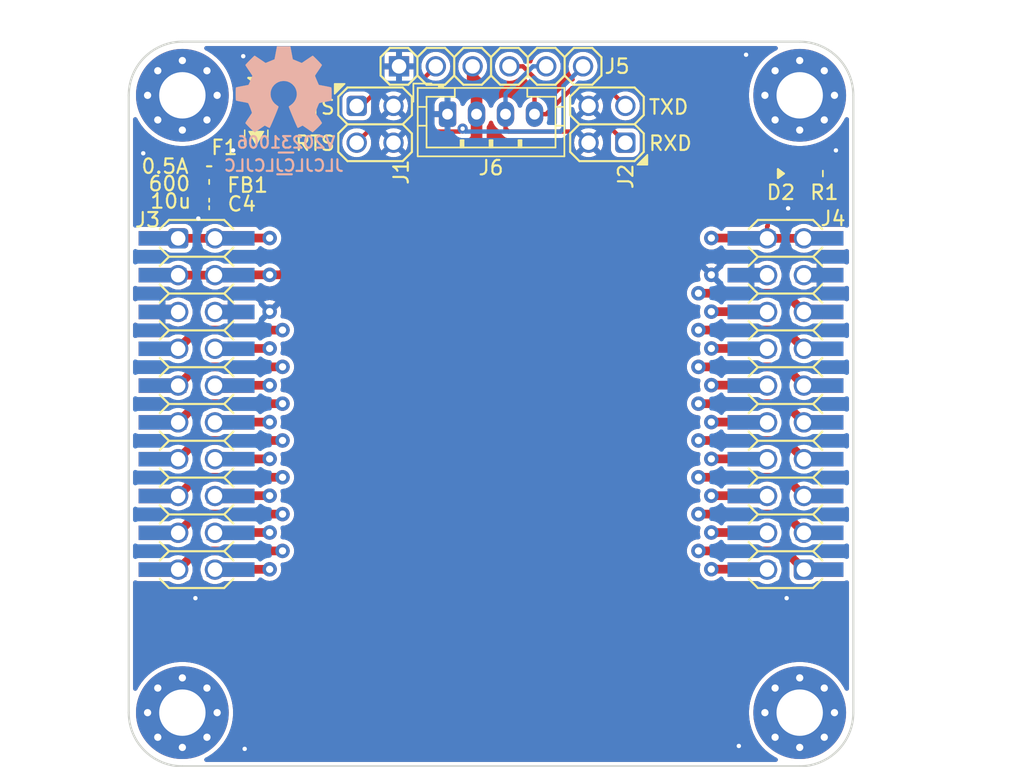
<source format=kicad_pcb>
(kicad_pcb (version 20240108) (generator "pcbnew") (generator_version "8.0")
  (layers (0 "F.Cu" signal) (31 "B.Cu" signal) (34 "B.Paste" user) (35 "F.Paste" user) (36 "B.SilkS" user "B.Silkscreen") (37 "F.SilkS" user "F.Silkscreen") (38 "B.Mask" user) (39 "F.Mask" user) (44 "Edge.Cuts" user))
  (net 0 "")
  (net 1 "/VBUS")
  (net 2 "/VSS")
  (net 3 "/GPIO_28")
  (net 4 "/GPIO_29")
  (net 5 "/GPIO_20")
  (net 6 "/GPIO_23")
  (net 7 "/GPIO_27")
  (net 8 "/GPIO_16")
  (net 9 "/GPIO_21")
  (net 10 "/GPIO_19")
  (net 11 "/GPIO_17")
  (net 12 "/GPIO_18")
  (net 13 "/GPIO_15")
  (net 14 "/GPIO_14")
  (net 15 "/GPIO_22")
  (net 16 "/GPIO_24")
  (net 17 "/GPIO_25")
  (net 18 "/GPIO_26")
  (net 19 "/GPIO_13")
  (net 20 "/GPIO_12")
  (net 21 "/GPIO_11")
  (net 22 "/GPIO_10")
  (net 23 "/GPIO_09")
  (net 24 "/GPIO_08")
  (net 25 "/GPIO_07")
  (net 26 "/GPIO_06")
  (net 27 "/GPIO_05")
  (net 28 "/GPIO_04")
  (net 29 "/GPIO_03")
  (net 30 "/GPIO_02")
  (net 31 "/GPIO_01")
  (net 32 "/GPIO_00")
  (net 33 "/VDD1")
  (net 34 "/VDD2")
  (net 35 "Net-(F1-Pad1)")
  (net 36 "/TXD")
  (net 37 "/RXD")
  (net 38 "/RTS")
  (net 39 "/CTS")
  (net 40 "Net-(D1-K)")
  (net 41 "/VIN")
  (net 42 "Net-(D2-K)")
  (footprint "MountingHole:MountingHole_3.2mm_M3_Pad_Via" (layer "F.Cu") (at 63.7 64.7)
    (property "Reference" "H1" (hide yes))
    (property "Value" "MountingHole" (hide yes))
    (pad "1" thru_hole circle (at -2.4 0) (size 0.8 0.8) (drill 0.5) (layers "*.Cu" "*.Mask"))
    (pad "1" thru_hole circle (at -1.697056 -1.697056) (size 0.8 0.8) (drill 0.5) (layers "*.Cu" "*.Mask"))
    (pad "1" thru_hole circle (at -1.697056 1.697056) (size 0.8 0.8) (drill 0.5) (layers "*.Cu" "*.Mask"))
    (pad "1" thru_hole circle (at 0 -2.4) (size 0.8 0.8) (drill 0.5) (layers "*.Cu" "*.Mask"))
    (pad "1" thru_hole circle (at 0 0) (size 6.4 6.4) (drill 3.2) (layers "*.Cu" "*.Mask"))
    (pad "1" thru_hole circle (at 0 2.4) (size 0.8 0.8) (drill 0.5) (layers "*.Cu" "*.Mask"))
    (pad "1" thru_hole circle (at 1.697056 -1.697056) (size 0.8 0.8) (drill 0.5) (layers "*.Cu" "*.Mask"))
    (pad "1" thru_hole circle (at 1.697056 1.697056) (size 0.8 0.8) (drill 0.5) (layers "*.Cu" "*.Mask"))
    (pad "1" thru_hole circle (at 2.4 0) (size 0.8 0.8) (drill 0.5) (layers "*.Cu" "*.Mask"))
  )
  (footprint "MountingHole:MountingHole_3.2mm_M3_Pad_Via" (layer "F.Cu") (at 106.3 64.7)
    (property "Reference" "H2" (hide yes))
    (property "Value" "MountingHole" (hide yes))
    (pad "1" thru_hole circle (at -2.4 0) (size 0.8 0.8) (drill 0.5) (layers "*.Cu" "*.Mask"))
    (pad "1" thru_hole circle (at -1.697056 -1.697056) (size 0.8 0.8) (drill 0.5) (layers "*.Cu" "*.Mask"))
    (pad "1" thru_hole circle (at -1.697056 1.697056) (size 0.8 0.8) (drill 0.5) (layers "*.Cu" "*.Mask"))
    (pad "1" thru_hole circle (at 0 -2.4) (size 0.8 0.8) (drill 0.5) (layers "*.Cu" "*.Mask"))
    (pad "1" thru_hole circle (at 0 0) (size 6.4 6.4) (drill 3.2) (layers "*.Cu" "*.Mask"))
    (pad "1" thru_hole circle (at 0 2.4) (size 0.8 0.8) (drill 0.5) (layers "*.Cu" "*.Mask"))
    (pad "1" thru_hole circle (at 1.697056 -1.697056) (size 0.8 0.8) (drill 0.5) (layers "*.Cu" "*.Mask"))
    (pad "1" thru_hole circle (at 1.697056 1.697056) (size 0.8 0.8) (drill 0.5) (layers "*.Cu" "*.Mask"))
    (pad "1" thru_hole circle (at 2.4 0) (size 0.8 0.8) (drill 0.5) (layers "*.Cu" "*.Mask"))
  )
  (footprint "MountingHole:MountingHole_3.2mm_M3_Pad_Via" (layer "F.Cu") (at 63.7 107.3)
    (property "Reference" "H4" (hide yes))
    (property "Value" "MountingHole" (hide yes))
    (pad "1" thru_hole circle (at -2.4 0) (size 0.8 0.8) (drill 0.5) (layers "*.Cu" "*.Mask"))
    (pad "1" thru_hole circle (at -1.697056 -1.697056) (size 0.8 0.8) (drill 0.5) (layers "*.Cu" "*.Mask"))
    (pad "1" thru_hole circle (at -1.697056 1.697056) (size 0.8 0.8) (drill 0.5) (layers "*.Cu" "*.Mask"))
    (pad "1" thru_hole circle (at 0 -2.4) (size 0.8 0.8) (drill 0.5) (layers "*.Cu" "*.Mask"))
    (pad "1" thru_hole circle (at 0 0) (size 6.4 6.4) (drill 3.2) (layers "*.Cu" "*.Mask"))
    (pad "1" thru_hole circle (at 0 2.4) (size 0.8 0.8) (drill 0.5) (layers "*.Cu" "*.Mask"))
    (pad "1" thru_hole circle (at 1.697056 -1.697056) (size 0.8 0.8) (drill 0.5) (layers "*.Cu" "*.Mask"))
    (pad "1" thru_hole circle (at 1.697056 1.697056) (size 0.8 0.8) (drill 0.5) (layers "*.Cu" "*.Mask"))
    (pad "1" thru_hole circle (at 2.4 0) (size 0.8 0.8) (drill 0.5) (layers "*.Cu" "*.Mask"))
  )
  (footprint "MountingHole:MountingHole_3.2mm_M3_Pad_Via" (layer "F.Cu") (at 106.3 107.3)
    (property "Reference" "H3" (hide yes))
    (property "Value" "MountingHole" (hide yes))
    (pad "1" thru_hole circle (at -2.4 0) (size 0.8 0.8) (drill 0.5) (layers "*.Cu" "*.Mask"))
    (pad "1" thru_hole circle (at -1.697056 -1.697056) (size 0.8 0.8) (drill 0.5) (layers "*.Cu" "*.Mask"))
    (pad "1" thru_hole circle (at -1.697056 1.697056) (size 0.8 0.8) (drill 0.5) (layers "*.Cu" "*.Mask"))
    (pad "1" thru_hole circle (at 0 -2.4) (size 0.8 0.8) (drill 0.5) (layers "*.Cu" "*.Mask"))
    (pad "1" thru_hole circle (at 0 0) (size 6.4 6.4) (drill 3.2) (layers "*.Cu" "*.Mask"))
    (pad "1" thru_hole circle (at 0 2.4) (size 0.8 0.8) (drill 0.5) (layers "*.Cu" "*.Mask"))
    (pad "1" thru_hole circle (at 1.697056 -1.697056) (size 0.8 0.8) (drill 0.5) (layers "*.Cu" "*.Mask"))
    (pad "1" thru_hole circle (at 1.697056 1.697056) (size 0.8 0.8) (drill 0.5) (layers "*.Cu" "*.Mask"))
    (pad "1" thru_hole circle (at 2.4 0) (size 0.8 0.8) (drill 0.5) (layers "*.Cu" "*.Mask"))
  )
  (footprint "SquantorConnectorsNamed:nuclone_small_right_stacked" (layer "F.Cu") (at 105.32 86 90)
    (property "Reference" "J4" (at 12.8 3.28 180) (layer "F.SilkS"))
    (property "Value" "nuclone_small_right")
    (pad "1" thru_hole roundrect (at -11.43 1.27 90) (size 1.4 1.4) (drill 1) (layers "*.Cu" "*.Mask") (roundrect_rratio 0.2) (net 13 "/GPIO_15"))
    (pad "1" smd rect (at -11.43 2.35 90) (size 1 3.3) (layers "F.Cu" "F.Mask") (net 13 "/GPIO_15"))
    (pad "1" smd rect (at -11.43 2.35 90) (size 1 3.3) (layers "B.Cu" "B.Mask") (net 13 "/GPIO_15"))
    (pad "2" smd rect (at -11.43 -2.35 90) (size 1 3.3) (layers "F.Cu" "F.Mask") (net 14 "/GPIO_14"))
    (pad "2" smd rect (at -11.43 -2.35 90) (size 1 3.3) (layers "B.Cu" "B.Mask") (net 14 "/GPIO_14"))
    (pad "2" thru_hole circle (at -11.43 -1.27 90) (size 1.4 1.4) (drill 1) (layers "*.Cu" "*.Mask") (net 14 "/GPIO_14"))
    (pad "3" thru_hole circle (at -8.89 1.27 90) (size 1.4 1.4) (drill 1) (layers "*.Cu" "*.Mask") (net 11 "/GPIO_17"))
    (pad "3" smd rect (at -8.89 2.35 90) (size 1 3.3) (layers "F.Cu" "F.Mask") (net 11 "/GPIO_17"))
    (pad "3" smd rect (at -8.89 2.35 90) (size 1 3.3) (layers "B.Cu" "B.Mask") (net 11 "/GPIO_17"))
    (pad "4" smd rect (at -8.89 -2.35 90) (size 1 3.3) (layers "F.Cu" "F.Mask") (net 8 "/GPIO_16"))
    (pad "4" smd rect (at -8.89 -2.35 90) (size 1 3.3) (layers "B.Cu" "B.Mask") (net 8 "/GPIO_16"))
    (pad "4" thru_hole circle (at -8.89 -1.27 90) (size 1.4 1.4) (drill 1) (layers "*.Cu" "*.Mask") (net 8 "/GPIO_16"))
    (pad "5" thru_hole circle (at -6.35 1.27 90) (size 1.4 1.4) (drill 1) (layers "*.Cu" "*.Mask") (net 10 "/GPIO_19"))
    (pad "5" smd rect (at -6.35 2.35 90) (size 1 3.3) (layers "F.Cu" "F.Mask") (net 10 "/GPIO_19"))
    (pad "5" smd rect (at -6.35 2.35 90) (size 1 3.3) (layers "B.Cu" "B.Mask") (net 10 "/GPIO_19"))
    (pad "6" smd rect (at -6.35 -2.35 90) (size 1 3.3) (layers "F.Cu" "F.Mask") (net 12 "/GPIO_18"))
    (pad "6" smd rect (at -6.35 -2.35 90) (size 1 3.3) (layers "B.Cu" "B.Mask") (net 12 "/GPIO_18"))
    (pad "6" thru_hole circle (at -6.35 -1.27 90) (size 1.4 1.4) (drill 1) (layers "*.Cu" "*.Mask") (net 12 "/GPIO_18"))
    (pad "7" thru_hole circle (at -3.81 1.27 90) (size 1.4 1.4) (drill 1) (layers "*.Cu" "*.Mask") (net 9 "/GPIO_21"))
    (pad "7" smd rect (at -3.81 2.35 90) (size 1 3.3) (layers "F.Cu" "F.Mask") (net 9 "/GPIO_21"))
    (pad "7" smd rect (at -3.81 2.35 90) (size 1 3.3) (layers "B.Cu" "B.Mask") (net 9 "/GPIO_21"))
    (pad "8" smd rect (at -3.81 -2.35 90) (size 1 3.3) (layers "F.Cu" "F.Mask") (net 5 "/GPIO_20"))
    (pad "8" smd rect (at -3.81 -2.35 90) (size 1 3.3) (layers "B.Cu" "B.Mask") (net 5 "/GPIO_20"))
    (pad "8" thru_hole circle (at -3.81 -1.27 90) (size 1.4 1.4) (drill 1) (layers "*.Cu" "*.Mask") (net 5 "/GPIO_20"))
    (pad "9" thru_hole circle (at -1.27 1.27 90) (size 1.4 1.4) (drill 1) (layers "*.Cu" "*.Mask") (net 6 "/GPIO_23"))
    (pad "9" smd rect (at -1.27 2.35 90) (size 1 3.3) (layers "F.Cu" "F.Mask") (net 6 "/GPIO_23"))
    (pad "9" smd rect (at -1.27 2.35 90) (size 1 3.3) (layers "B.Cu" "B.Mask") (net 6 "/GPIO_23"))
    (pad "10" smd rect (at -1.27 -2.35 90) (size 1 3.3) (layers "F.Cu" "F.Mask") (net 15 "/GPIO_22"))
    (pad "10" smd rect (at -1.27 -2.35 90) (size 1 3.3) (layers "B.Cu" "B.Mask") (net 15 "/GPIO_22"))
    (pad "10" thru_hole circle (at -1.27 -1.27 90) (size 1.4 1.4) (drill 1) (layers "*.Cu" "*.Mask") (net 15 "/GPIO_22"))
    (pad "11" thru_hole circle (at 1.27 1.27 90) (size 1.4 1.4) (drill 1) (layers "*.Cu" "*.Mask") (net 17 "/GPIO_25"))
    (pad "11" smd rect (at 1.27 2.35 90) (size 1 3.3) (layers "F.Cu" "F.Mask") (net 17 "/GPIO_25"))
    (pad "11" smd rect (at 1.27 2.35 90) (size 1 3.3) (layers "B.Cu" "B.Mask") (net 17 "/GPIO_25"))
    (pad "12" smd rect (at 1.27 -2.35 90) (size 1 3.3) (layers "F.Cu" "F.Mask") (net 16 "/GPIO_24"))
    (pad "12" smd rect (at 1.27 -2.35 90) (size 1 3.3) (layers "B.Cu" "B.Mask") (net 16 "/GPIO_24"))
    (pad "12" thru_hole circle (at 1.27 -1.27 90) (size 1.4 1.4) (drill 1) (layers "*.Cu" "*.Mask") (net 16 "/GPIO_24"))
    (pad "13" thru_hole circle (at 3.81 1.27 90) (size 1.4 1.4) (drill 1) (layers "*.Cu" "*.Mask") (net 7 "/GPIO_27"))
    (pad "13" smd rect (at 3.81 2.35 90) (size 1 3.3) (layers "F.Cu" "F.Mask") (net 7 "/GPIO_27"))
    (pad "13" smd rect (at 3.81 2.35 90) (size 1 3.3) (layers "B.Cu" "B.Mask") (net 7 "/GPIO_27"))
    (pad "14" smd rect (at 3.81 -2.35 90) (size 1 3.3) (layers "F.Cu" "F.Mask") (net 18 "/GPIO_26"))
    (pad "14" smd rect (at 3.81 -2.35 90) (size 1 3.3) (layers "B.Cu" "B.Mask") (net 18 "/GPIO_26"))
    (pad "14" thru_hole circle (at 3.81 -1.27 90) (size 1.4 1.4) (drill 1) (layers "*.Cu" "*.Mask") (net 18 "/GPIO_26"))
    (pad "15" thru_hole circle (at 6.35 1.27 90) (size 1.4 1.4) (drill 1) (layers "*.Cu" "*.Mask") (net 4 "/GPIO_29"))
    (pad "15" smd rect (at 6.35 2.35 90) (size 1 3.3) (layers "F.Cu" "F.Mask") (net 4 "/GPIO_29"))
    (pad "15" smd rect (at 6.35 2.35 90) (size 1 3.3) (layers "B.Cu" "B.Mask") (net 4 "/GPIO_29"))
    (pad "16" smd rect (at 6.35 -2.35 90) (size 1 3.3) (layers "F.Cu" "F.Mask") (net 3 "/GPIO_28"))
    (pad "16" smd rect (at 6.35 -2.35 90) (size 1 3.3) (layers "B.Cu" "B.Mask") (net 3 "/GPIO_28"))
    (pad "16" thru_hole circle (at 6.35 -1.27 90) (size 1.4 1.4) (drill 1) (layers "*.Cu" "*.Mask") (net 3 "/GPIO_28"))
    (pad "17" thru_hole circle (at 8.89 1.27 90) (size 1.4 1.4) (drill 1) (layers "*.Cu" "*.Mask") (net 2 "/VSS"))
    (pad "17" smd rect (at 8.89 2.35 90) (size 1 3.3) (layers "F.Cu" "F.Mask") (net 2 "/VSS"))
    (pad "17" smd rect (at 8.89 2.35 90) (size 1 3.3) (layers "B.Cu" "B.Mask") (net 2 "/VSS"))
    (pad "18" smd rect (at 8.89 -2.35 90) (size 1 3.3) (layers "F.Cu" "F.Mask") (net 2 "/VSS"))
    (pad "18" smd rect (at 8.89 -2.35 90) (size 1 3.3) (layers "B.Cu" "B.Mask") (net 2 "/VSS"))
    (pad "18" thru_hole circle (at 8.89 -1.27 90) (size 1.4 1.4) (drill 1) (layers "*.Cu" "*.Mask") (net 2 "/VSS"))
    (pad "19" thru_hole circle (at 11.43 1.27 90) (size 1.4 1.4) (drill 1) (layers "*.Cu" "*.Mask") (net 34 "/VDD2"))
    (pad "19" smd rect (at 11.43 2.35 90) (size 1 3.3) (layers "F.Cu" "F.Mask") (net 34 "/VDD2"))
    (pad "19" smd rect (at 11.43 2.35 90) (size 1 3.3) (layers "B.Cu" "B.Mask") (net 34 "/VDD2"))
    (pad "20" smd rect (at 11.43 -2.35 90) (size 1 3.3) (layers "F.Cu" "F.Mask") (net 34 "/VDD2"))
    (pad "20" smd rect (at 11.43 -2.35 90) (size 1 3.3) (layers "B.Cu" "B.Mask") (net 34 "/VDD2"))
    (pad "20" thru_hole circle (at 11.43 -1.27 90) (size 1.4 1.4) (drill 1) (layers "*.Cu" "*.Mask") (net 34 "/VDD2"))
  )
  (footprint "SquantorConnectorsNamed:nuclone_small_left_stacked" (layer "F.Cu") (at 64.68 86 -90)
    (property "Reference" "J3" (at -12.7 3.38 0) (layer "F.SilkS"))
    (property "Value" "nuclone_small_left")
    (pad "1" thru_hole roundrect (at -11.43 1.27 270) (size 1.4 1.4) (drill 1) (layers "*.Cu" "*.Mask") (roundrect_rratio 0.2) (net 33 "/VDD1"))
    (pad "1" smd rect (at -11.43 2.35 270) (size 1 3.3) (layers "F.Cu" "F.Mask") (net 33 "/VDD1"))
    (pad "1" smd rect (at -11.43 2.35 270) (size 1 3.3) (layers "B.Cu" "B.Mask") (net 33 "/VDD1"))
    (pad "2" smd rect (at -11.43 -2.35 270) (size 1 3.3) (layers "F.Cu" "F.Mask") (net 33 "/VDD1"))
    (pad "2" smd rect (at -11.43 -2.35 270) (size 1 3.3) (layers "B.Cu" "B.Mask") (net 33 "/VDD1"))
    (pad "2" thru_hole circle (at -11.43 -1.27 270) (size 1.4 1.4) (drill 1) (layers "*.Cu" "*.Mask") (net 33 "/VDD1"))
    (pad "3" thru_hole circle (at -8.89 1.27 270) (size 1.4 1.4) (drill 1) (layers "*.Cu" "*.Mask") (net 1 "/VBUS"))
    (pad "3" smd rect (at -8.89 2.35 270) (size 1 3.3) (layers "F.Cu" "F.Mask") (net 1 "/VBUS"))
    (pad "3" smd rect (at -8.89 2.35 270) (size 1 3.3) (layers "B.Cu" "B.Mask") (net 1 "/VBUS"))
    (pad "4" smd rect (at -8.89 -2.35 270) (size 1 3.3) (layers "F.Cu" "F.Mask") (net 1 "/VBUS"))
    (pad "4" smd rect (at -8.89 -2.35 270) (size 1 3.3) (layers "B.Cu" "B.Mask") (net 1 "/VBUS"))
    (pad "4" thru_hole circle (at -8.89 -1.27 270) (size 1.4 1.4) (drill 1) (layers "*.Cu" "*.Mask") (net 1 "/VBUS"))
    (pad "5" thru_hole circle (at -6.35 1.27 270) (size 1.4 1.4) (drill 1) (layers "*.Cu" "*.Mask") (net 2 "/VSS"))
    (pad "5" smd rect (at -6.35 2.35 270) (size 1 3.3) (layers "F.Cu" "F.Mask") (net 2 "/VSS"))
    (pad "5" smd rect (at -6.35 2.35 270) (size 1 3.3) (layers "B.Cu" "B.Mask") (net 2 "/VSS"))
    (pad "6" smd rect (at -6.35 -2.35 270) (size 1 3.3) (layers "F.Cu" "F.Mask") (net 2 "/VSS"))
    (pad "6" smd rect (at -6.35 -2.35 270) (size 1 3.3) (layers "B.Cu" "B.Mask") (net 2 "/VSS"))
    (pad "6" thru_hole circle (at -6.35 -1.27 270) (size 1.4 1.4) (drill 1) (layers "*.Cu" "*.Mask") (net 2 "/VSS"))
    (pad "7" thru_hole circle (at -3.81 1.27 270) (size 1.4 1.4) (drill 1) (layers "*.Cu" "*.Mask") (net 32 "/GPIO_00"))
    (pad "7" smd rect (at -3.81 2.35 270) (size 1 3.3) (layers "F.Cu" "F.Mask") (net 32 "/GPIO_00"))
    (pad "7" smd rect (at -3.81 2.35 270) (size 1 3.3) (layers "B.Cu" "B.Mask") (net 32 "/GPIO_00"))
    (pad "8" smd rect (at -3.81 -2.35 270) (size 1 3.3) (layers "F.Cu" "F.Mask") (net 31 "/GPIO_01"))
    (pad "8" smd rect (at -3.81 -2.35 270) (size 1 3.3) (layers "B.Cu" "B.Mask") (net 31 "/GPIO_01"))
    (pad "8" thru_hole circle (at -3.81 -1.27 270) (size 1.4 1.4) (drill 1) (layers "*.Cu" "*.Mask") (net 31 "/GPIO_01"))
    (pad "9" thru_hole circle (at -1.27 1.27 270) (size 1.4 1.4) (drill 1) (layers "*.Cu" "*.Mask") (net 30 "/GPIO_02"))
    (pad "9" smd rect (at -1.27 2.35 270) (size 1 3.3) (layers "F.Cu" "F.Mask") (net 30 "/GPIO_02"))
    (pad "9" smd rect (at -1.27 2.35 270) (size 1 3.3) (layers "B.Cu" "B.Mask") (net 30 "/GPIO_02"))
    (pad "10" smd rect (at -1.27 -2.35 270) (size 1 3.3) (layers "F.Cu" "F.Mask") (net 29 "/GPIO_03"))
    (pad "10" smd rect (at -1.27 -2.35 270) (size 1 3.3) (layers "B.Cu" "B.Mask") (net 29 "/GPIO_03"))
    (pad "10" thru_hole circle (at -1.27 -1.27 270) (size 1.4 1.4) (drill 1) (layers "*.Cu" "*.Mask") (net 29 "/GPIO_03"))
    (pad "11" thru_hole circle (at 1.27 1.27 270) (size 1.4 1.4) (drill 1) (layers "*.Cu" "*.Mask") (net 28 "/GPIO_04"))
    (pad "11" smd rect (at 1.27 2.35 270) (size 1 3.3) (layers "F.Cu" "F.Mask") (net 28 "/GPIO_04"))
    (pad "11" smd rect (at 1.27 2.35 270) (size 1 3.3) (layers "B.Cu" "B.Mask") (net 28 "/GPIO_04"))
    (pad "12" smd rect (at 1.27 -2.35 270) (size 1 3.3) (layers "F.Cu" "F.Mask") (net 27 "/GPIO_05"))
    (pad "12" smd rect (at 1.27 -2.35 270) (size 1 3.3) (layers "B.Cu" "B.Mask") (net 27 "/GPIO_05"))
    (pad "12" thru_hole circle (at 1.27 -1.27 270) (size 1.4 1.4) (drill 1) (layers "*.Cu" "*.Mask") (net 27 "/GPIO_05"))
    (pad "13" thru_hole circle (at 3.81 1.27 270) (size 1.4 1.4) (drill 1) (layers "*.Cu" "*.Mask") (net 26 "/GPIO_06"))
    (pad "13" smd rect (at 3.81 2.35 270) (size 1 3.3) (layers "F.Cu" "F.Mask") (net 26 "/GPIO_06"))
    (pad "13" smd rect (at 3.81 2.35 270) (size 1 3.3) (layers "B.Cu" "B.Mask") (net 26 "/GPIO_06"))
    (pad "14" smd rect (at 3.81 -2.35 270) (size 1 3.3) (layers "F.Cu" "F.Mask") (net 25 "/GPIO_07"))
    (pad "14" smd rect (at 3.81 -2.35 270) (size 1 3.3) (layers "B.Cu" "B.Mask") (net 25 "/GPIO_07"))
    (pad "14" thru_hole circle (at 3.81 -1.27 270) (size 1.4 1.4) (drill 1) (layers "*.Cu" "*.Mask") (net 25 "/GPIO_07"))
    (pad "15" thru_hole circle (at 6.35 1.27 270) (size 1.4 1.4) (drill 1) (layers "*.Cu" "*.Mask") (net 24 "/GPIO_08"))
    (pad "15" smd rect (at 6.35 2.35 270) (size 1 3.3) (layers "F.Cu" "F.Mask") (net 24 "/GPIO_08"))
    (pad "15" smd rect (at 6.35 2.35 270) (size 1 3.3) (layers "B.Cu" "B.Mask") (net 24 "/GPIO_08"))
    (pad "16" smd rect (at 6.35 -2.35 270) (size 1 3.3) (layers "F.Cu" "F.Mask") (net 23 "/GPIO_09"))
    (pad "16" smd rect (at 6.35 -2.35 270) (size 1 3.3) (layers "B.Cu" "B.Mask") (net 23 "/GPIO_09"))
    (pad "16" thru_hole circle (at 6.35 -1.27 270) (size 1.4 1.4) (drill 1) (layers "*.Cu" "*.Mask") (net 23 "/GPIO_09"))
    (pad "17" thru_hole circle (at 8.89 1.27 270) (size 1.4 1.4) (drill 1) (layers "*.Cu" "*.Mask") (net 22 "/GPIO_10"))
    (pad "17" smd rect (at 8.89 2.35 270) (size 1 3.3) (layers "F.Cu" "F.Mask") (net 22 "/GPIO_10"))
    (pad "17" smd rect (at 8.89 2.35 270) (size 1 3.3) (layers "B.Cu" "B.Mask") (net 22 "/GPIO_10"))
    (pad "18" smd rect (at 8.89 -2.35 270) (size 1 3.3) (layers "F.Cu" "F.Mask") (net 21 "/GPIO_11"))
    (pad "18" smd rect (at 8.89 -2.35 270) (size 1 3.3) (layers "B.Cu" "B.Mask") (net 21 "/GPIO_11"))
    (pad "18" thru_hole circle (at 8.89 -1.27 270) (size 1.4 1.4) (drill 1) (layers "*.Cu" "*.Mask") (net 21 "/GPIO_11"))
    (pad "19" thru_hole circle (at 11.43 1.27 270) (size 1.4 1.4) (drill 1) (layers "*.Cu" "*.Mask") (net 20 "/GPIO_12"))
    (pad "19" smd rect (at 11.43 2.35 270) (size 1 3.3) (layers "F.Cu" "F.Mask") (net 20 "/GPIO_12"))
    (pad "19" smd rect (at 11.43 2.35 270) (size 1 3.3) (layers "B.Cu" "B.Mask") (net 20 "/GPIO_12"))
    (pad "20" smd rect (at 11.43 -2.35 270) (size 1 3.3) (layers "F.Cu" "F.Mask") (net 19 "/GPIO_13"))
    (pad "20" smd rect (at 11.43 -2.35 270) (size 1 3.3) (layers "B.Cu" "B.Mask") (net 19 "/GPIO_13"))
    (pad "20" thru_hole circle (at 11.43 -1.27 270) (size 1.4 1.4) (drill 1) (layers "*.Cu" "*.Mask") (net 19 "/GPIO_13"))
  )
  (footprint "SquantorTestPoints:TestPoint_hole_H05R10_2side" (layer "F.Cu") (at 69.723 74.549)
    (property "Reference" "TP1" (hide yes))
    (property "Value" "VDD1" (hide yes))
    (pad "1" thru_hole circle (at 0 0) (size 1 1) (drill 0.5) (layers "*.Cu" "*.Mask") (net 33 "/VDD1"))
  )
  (footprint "SquantorTestPoints:TestPoint_hole_H05R10_2side" (layer "F.Cu") (at 69.723 77.089)
    (property "Reference" "TP2" (hide yes))
    (property "Value" "VBUS" (hide yes))
    (pad "1" thru_hole circle (at 0 0) (size 1 1) (drill 0.5) (layers "*.Cu" "*.Mask") (net 1 "/VBUS"))
  )
  (footprint "SquantorTestPoints:TestPoint_hole_H05R10_2side" (layer "F.Cu") (at 69.723 79.629)
    (property "Reference" "TP3" (hide yes))
    (property "Value" "VSS" (hide yes))
    (pad "1" thru_hole circle (at 0 0) (size 1 1) (drill 0.5) (layers "*.Cu" "*.Mask") (net 2 "/VSS"))
  )
  (footprint "SquantorTestPoints:TestPoint_hole_H05R10_2side" (layer "F.Cu") (at 70.612 80.9)
    (property "Reference" "TP4" (hide yes))
    (property "Value" "P00" (hide yes))
    (pad "1" thru_hole circle (at 0 0) (size 1 1) (drill 0.5) (layers "*.Cu" "*.Mask") (net 32 "/GPIO_00"))
  )
  (footprint "SquantorTestPoints:TestPoint_hole_H05R10_2side" (layer "F.Cu") (at 69.723 82.169)
    (property "Reference" "TP5" (hide yes))
    (property "Value" "P01" (hide yes))
    (pad "1" thru_hole circle (at 0 0) (size 1 1) (drill 0.5) (layers "*.Cu" "*.Mask") (net 31 "/GPIO_01"))
  )
  (footprint "SquantorTestPoints:TestPoint_hole_H05R10_2side" (layer "F.Cu") (at 70.612 83.439)
    (property "Reference" "TP6" (hide yes))
    (property "Value" "P02" (hide yes))
    (pad "1" thru_hole circle (at 0 0) (size 1 1) (drill 0.5) (layers "*.Cu" "*.Mask") (net 30 "/GPIO_02"))
  )
  (footprint "SquantorTestPoints:TestPoint_hole_H05R10_2side" (layer "F.Cu") (at 69.723 84.709)
    (property "Reference" "TP7" (hide yes))
    (property "Value" "P03" (hide yes))
    (pad "1" thru_hole circle (at 0 0) (size 1 1) (drill 0.5) (layers "*.Cu" "*.Mask") (net 29 "/GPIO_03"))
  )
  (footprint "SquantorTestPoints:TestPoint_hole_H05R10_2side" (layer "F.Cu") (at 70.612 85.979)
    (property "Reference" "TP8" (hide yes))
    (property "Value" "P04" (hide yes))
    (pad "1" thru_hole circle (at 0 0) (size 1 1) (drill 0.5) (layers "*.Cu" "*.Mask") (net 28 "/GPIO_04"))
  )
  (footprint "SquantorTestPoints:TestPoint_hole_H05R10_2side" (layer "F.Cu") (at 69.723 87.249)
    (property "Reference" "TP9" (hide yes))
    (property "Value" "P05" (hide yes))
    (pad "1" thru_hole circle (at 0 0) (size 1 1) (drill 0.5) (layers "*.Cu" "*.Mask") (net 27 "/GPIO_05"))
  )
  (footprint "SquantorTestPoints:TestPoint_hole_H05R10_2side" (layer "F.Cu") (at 70.612 88.519)
    (property "Reference" "TP10" (hide yes))
    (property "Value" "P06" (hide yes))
    (pad "1" thru_hole circle (at 0 0) (size 1 1) (drill 0.5) (layers "*.Cu" "*.Mask") (net 26 "/GPIO_06"))
  )
  (footprint "SquantorTestPoints:TestPoint_hole_H05R10_2side" (layer "F.Cu") (at 69.723 89.789)
    (property "Reference" "TP11" (hide yes))
    (property "Value" "P07" (hide yes))
    (pad "1" thru_hole circle (at 0 0) (size 1 1) (drill 0.5) (layers "*.Cu" "*.Mask") (net 25 "/GPIO_07"))
  )
  (footprint "SquantorTestPoints:TestPoint_hole_H05R10_2side" (layer "F.Cu") (at 70.612 91.059)
    (property "Reference" "TP12" (hide yes))
    (property "Value" "P08" (hide yes))
    (pad "1" thru_hole circle (at 0 0) (size 1 1) (drill 0.5) (layers "*.Cu" "*.Mask") (net 24 "/GPIO_08"))
  )
  (footprint "SquantorTestPoints:TestPoint_hole_H05R10_2side" (layer "F.Cu") (at 69.723 92.329)
    (property "Reference" "TP13" (hide yes))
    (property "Value" "P09" (hide yes))
    (pad "1" thru_hole circle (at 0 0) (size 1 1) (drill 0.5) (layers "*.Cu" "*.Mask") (net 23 "/GPIO_09"))
  )
  (footprint "SquantorTestPoints:TestPoint_hole_H05R10_2side" (layer "F.Cu") (at 70.612 93.599)
    (property "Reference" "TP14" (hide yes))
    (property "Value" "P10" (hide yes))
    (pad "1" thru_hole circle (at 0 0) (size 1 1) (drill 0.5) (layers "*.Cu" "*.Mask") (net 22 "/GPIO_10"))
  )
  (footprint "SquantorTestPoints:TestPoint_hole_H05R10_2side" (layer "F.Cu") (at 69.723 94.869)
    (property "Reference" "TP15" (hide yes))
    (property "Value" "P11" (hide yes))
    (pad "1" thru_hole circle (at 0 0) (size 1 1) (drill 0.5) (layers "*.Cu" "*.Mask") (net 21 "/GPIO_11"))
  )
  (footprint "SquantorTestPoints:TestPoint_hole_H05R10_2side" (layer "F.Cu") (at 70.612 96.139)
    (property "Reference" "TP16" (hide yes))
    (property "Value" "P12" (hide yes))
    (pad "1" thru_hole circle (at 0 0) (size 1 1) (drill 0.5) (layers "*.Cu" "*.Mask") (net 20 "/GPIO_12"))
  )
  (footprint "SquantorTestPoints:TestPoint_hole_H05R10_2side" (layer "F.Cu") (at 69.723 97.409)
    (property "Reference" "TP17" (hide yes))
    (property "Value" "P13" (hide yes))
    (pad "1" thru_hole circle (at 0 0) (size 1 1) (drill 0.5) (layers "*.Cu" "*.Mask") (net 19 "/GPIO_13"))
  )
  (footprint "SquantorTestPoints:TestPoint_hole_H05R10_2side" (layer "F.Cu") (at 100.203 74.549)
    (property "Reference" "TP18" (hide yes))
    (property "Value" "VDD2" (hide yes))
    (pad "1" thru_hole circle (at 0 0) (size 1 1) (drill 0.5) (layers "*.Cu" "*.Mask") (net 34 "/VDD2"))
  )
  (footprint "SquantorTestPoints:TestPoint_hole_H05R10_2side" (layer "F.Cu") (at 100.203 77.089)
    (property "Reference" "TP19" (hide yes))
    (property "Value" "VSS" (hide yes))
    (pad "1" thru_hole circle (at 0 0) (size 1 1) (drill 0.5) (layers "*.Cu" "*.Mask") (net 2 "/VSS"))
  )
  (footprint "SquantorTestPoints:TestPoint_hole_H05R10_2side" (layer "F.Cu") (at 99.314 78.359)
    (property "Reference" "TP20" (hide yes))
    (property "Value" "P29" (hide yes))
    (pad "1" thru_hole circle (at 0 0) (size 1 1) (drill 0.5) (layers "*.Cu" "*.Mask") (net 4 "/GPIO_29"))
  )
  (footprint "SquantorTestPoints:TestPoint_hole_H05R10_2side" (layer "F.Cu") (at 100.203 79.629)
    (property "Reference" "TP21" (hide yes))
    (property "Value" "P28" (hide yes))
    (pad "1" thru_hole circle (at 0 0) (size 1 1) (drill 0.5) (layers "*.Cu" "*.Mask") (net 3 "/GPIO_28"))
  )
  (footprint "SquantorTestPoints:TestPoint_hole_H05R10_2side" (layer "F.Cu") (at 99.314 80.899)
    (property "Reference" "TP22" (hide yes))
    (property "Value" "P27" (hide yes))
    (pad "1" thru_hole circle (at 0 0) (size 1 1) (drill 0.5) (layers "*.Cu" "*.Mask") (net 7 "/GPIO_27"))
  )
  (footprint "SquantorTestPoints:TestPoint_hole_H05R10_2side" (layer "F.Cu") (at 100.203 82.169)
    (property "Reference" "TP23" (hide yes))
    (property "Value" "P26" (hide yes))
    (pad "1" thru_hole circle (at 0 0) (size 1 1) (drill 0.5) (layers "*.Cu" "*.Mask") (net 18 "/GPIO_26"))
  )
  (footprint "SquantorTestPoints:TestPoint_hole_H05R10_2side" (layer "F.Cu") (at 99.314 83.439)
    (property "Reference" "TP24" (hide yes))
    (property "Value" "P25" (hide yes))
    (pad "1" thru_hole circle (at 0 0) (size 1 1) (drill 0.5) (layers "*.Cu" "*.Mask") (net 17 "/GPIO_25"))
  )
  (footprint "SquantorTestPoints:TestPoint_hole_H05R10_2side" (layer "F.Cu") (at 100.203 84.7)
    (property "Reference" "TP25" (hide yes))
    (property "Value" "P24" (hide yes))
    (pad "1" thru_hole circle (at 0 0) (size 1 1) (drill 0.5) (layers "*.Cu" "*.Mask") (net 16 "/GPIO_24"))
  )
  (footprint "SquantorTestPoints:TestPoint_hole_H05R10_2side" (layer "F.Cu") (at 99.314 85.979)
    (property "Reference" "TP26" (hide yes))
    (property "Value" "P23" (hide yes))
    (pad "1" thru_hole circle (at 0 0) (size 1 1) (drill 0.5) (layers "*.Cu" "*.Mask") (net 6 "/GPIO_23"))
  )
  (footprint "SquantorTestPoints:TestPoint_hole_H05R10_2side" (layer "F.Cu") (at 100.203 87.249)
    (property "Reference" "TP27" (hide yes))
    (property "Value" "P22" (hide yes))
    (pad "1" thru_hole circle (at 0 0) (size 1 1) (drill 0.5) (layers "*.Cu" "*.Mask") (net 15 "/GPIO_22"))
  )
  (footprint "SquantorTestPoints:TestPoint_hole_H05R10_2side" (layer "F.Cu") (at 99.314 88.519)
    (property "Reference" "TP28" (hide yes))
    (property "Value" "P21" (hide yes))
    (pad "1" thru_hole circle (at 0 0) (size 1 1) (drill 0.5) (layers "*.Cu" "*.Mask") (net 9 "/GPIO_21"))
  )
  (footprint "SquantorTestPoints:TestPoint_hole_H05R10_2side" (layer "F.Cu") (at 100.203 89.789)
    (property "Reference" "TP29" (hide yes))
    (property "Value" "P20" (hide yes))
    (pad "1" thru_hole circle (at 0 0) (size 1 1) (drill 0.5) (layers "*.Cu" "*.Mask") (net 5 "/GPIO_20"))
  )
  (footprint "SquantorTestPoints:TestPoint_hole_H05R10_2side" (layer "F.Cu") (at 99.314 91.059)
    (property "Reference" "TP30" (hide yes))
    (property "Value" "P19" (hide yes))
    (pad "1" thru_hole circle (at 0 0) (size 1 1) (drill 0.5) (layers "*.Cu" "*.Mask") (net 10 "/GPIO_19"))
  )
  (footprint "SquantorTestPoints:TestPoint_hole_H05R10_2side" (layer "F.Cu") (at 99.314 93.599)
    (property "Reference" "TP32" (hide yes))
    (property "Value" "P17" (hide yes))
    (pad "1" thru_hole circle (at 0 0) (size 1 1) (drill 0.5) (layers "*.Cu" "*.Mask") (net 11 "/GPIO_17"))
  )
  (footprint "SquantorTestPoints:TestPoint_hole_H05R10_2side" (layer "F.Cu") (at 100.2 94.869)
    (property "Reference" "TP33" (hide yes))
    (property "Value" "P16" (hide yes))
    (pad "1" thru_hole circle (at 0 0) (size 1 1) (drill 0.5) (layers "*.Cu" "*.Mask") (net 8 "/GPIO_16"))
  )
  (footprint "SquantorTestPoints:TestPoint_hole_H05R10_2side" (layer "F.Cu") (at 99.314 96.139)
    (property "Reference" "TP34" (hide yes))
    (property "Value" "P15" (hide yes))
    (pad "1" thru_hole circle (at 0 0) (size 1 1) (drill 0.5) (layers "*.Cu" "*.Mask") (net 13 "/GPIO_15"))
  )
  (footprint "SquantorTestPoints:TestPoint_hole_H05R10_2side" (layer "F.Cu") (at 100.2 97.4)
    (property "Reference" "TP35" (hide yes))
    (property "Value" "P14" (hide yes))
    (pad "1" thru_hole circle (at 0 0) (size 1 1) (drill 0.5) (layers "*.Cu" "*.Mask") (net 14 "/GPIO_14"))
  )
  (footprint "SquantorRcl:C_0603" (layer "F.Cu") (at 65.55 72.2 180)
    (property "Reference" "C4" (at -2.25 0 0) (layer "F.SilkS"))
    (property "Value" "10u" (at 2.65 0.2 0) (layer "F.SilkS"))
    (pad "1" smd roundrect (at -0.75 0 180) (size 0.8 0.9) (layers "F.Cu" "F.Paste" "F.Mask") (roundrect_rratio 0.125) (net 1 "/VBUS"))
    (pad "2" smd roundrect (at 0.75 0 180) (size 0.8 0.9) (layers "F.Cu" "F.Paste" "F.Mask") (roundrect_rratio 0.125) (net 2 "/VSS"))
  )
  (footprint "SquantorRcl:F_0603_hand" (layer "F.Cu") (at 65.55 69.6)
    (property "Reference" "F1" (at 1.05 -1.3 0) (layer "F.SilkS"))
    (property "Value" "0.5A" (at -3.05 0 0) (layer "F.SilkS"))
    (pad "1" smd roundrect (at -0.75 0) (size 0.8 0.9) (layers "F.Cu" "F.Paste" "F.Mask") (roundrect_rratio 0.125) (net 35 "Net-(F1-Pad1)"))
    (pad "2" smd roundrect (at 0.75 0) (size 0.8 0.9) (layers "F.Cu" "F.Paste" "F.Mask") (roundrect_rratio 0.125) (net 40 "Net-(D1-K)"))
  )
  (footprint "SquantorRcl:L_0603" (layer "F.Cu") (at 65.55 70.9 180)
    (property "Reference" "FB1" (at -2.65 0 0) (layer "F.SilkS"))
    (property "Value" "600" (at 2.75 0.1 0) (layer "F.SilkS"))
    (pad "1" smd roundrect (at -0.75 0 180) (size 0.8 0.9) (layers "F.Cu" "F.Paste" "F.Mask") (roundrect_rratio 0.125) (net 1 "/VBUS"))
    (pad "2" smd roundrect (at 0.75 0 180) (size 0.8 0.9) (layers "F.Cu" "F.Paste" "F.Mask") (roundrect_rratio 0.125) (net 35 "Net-(F1-Pad1)"))
  )
  (footprint "SquantorTestPoints:TestPoint_hole_H05R10_2side" (layer "F.Cu") (at 100.203 92.329)
    (property "Reference" "TP31" (hide yes))
    (property "Value" "P18" (hide yes))
    (pad "1" thru_hole circle (at 0 0) (size 1 1) (drill 0.5) (layers "*.Cu" "*.Mask") (net 12 "/GPIO_18"))
  )
  (footprint "SquantorDiodes:SOD-123F-hand" (layer "F.Cu") (at 68.8 67.6 90)
    (property "Reference" "D1" (at 3.6 0 90) (layer "F.SilkS"))
    (property "Value" "A7 LCSC")
    (pad "1" smd rect (at -1.58 0 90) (size 1.64 1.8) (layers "F.Cu" "F.Paste" "F.Mask") (net 40 "Net-(D1-K)"))
    (pad "2" smd rect (at 1.58 0 90) (size 1.64 1.8) (layers "F.Cu" "F.Paste" "F.Mask") (net 41 "/VIN"))
  )
  (footprint "SquantorConnectors:Header-0254-2X02-H010" (layer "F.Cu") (at 93 66.7 90)
    (property "Reference" "J2" (at -3.6 1.3 90) (layer "F.SilkS"))
    (property "Value" "Conn_02x02_Odd_Even")
    (pad "1" thru_hole roundrect (at -1.27 1.27 90) (size 1.4 1.4) (drill 1) (layers "*.Cu" "*.Mask") (roundrect_rratio 0.2) (net 37 "/RXD"))
    (pad "2" thru_hole circle (at -1.27 -1.27 90) (size 1.4 1.4) (drill 1) (layers "*.Cu" "*.Mask") (net 2 "/VSS"))
    (pad "3" thru_hole circle (at 1.27 1.27 90) (size 1.4 1.4) (drill 1) (layers "*.Cu" "*.Mask") (net 36 "/TXD"))
    (pad "4" thru_hole circle (at 1.27 -1.27 90) (size 1.4 1.4) (drill 1) (layers "*.Cu" "*.Mask") (net 2 "/VSS"))
  )
  (footprint "Connector_JST:JST_PH_B4B-PH-K_1x04_P2.00mm_Vertical" (layer "F.Cu") (at 82 66)
    (property "Reference" "J6" (at 3 3.7 0) (layer "F.SilkS"))
    (property "Value" "DevBoardUartInput")
    (pad "1" thru_hole roundrect (at 0 0) (size 1.2 1.75) (drill 0.75) (layers "*.Cu" "*.Mask") (roundrect_rratio 0.208333) (net 2 "/VSS"))
    (pad "2" thru_hole oval (at 2 0) (size 1.2 1.75) (drill 0.75) (layers "*.Cu" "*.Mask") (net 41 "/VIN"))
    (pad "3" thru_hole oval (at 4 0) (size 1.2 1.75) (drill 0.75) (layers "*.Cu" "*.Mask") (net 37 "/RXD"))
    (pad "4" thru_hole oval (at 6 0) (size 1.2 1.75) (drill 0.75) (layers "*.Cu" "*.Mask") (net 36 "/TXD"))
  )
  (footprint "SquantorConnectors:Header-0254-2X02-H010" (layer "F.Cu") (at 77 66.7 -90)
    (property "Reference" "J1" (at 3.3 -1.8 90) (layer "F.SilkS"))
    (property "Value" "Conn_02x02_Odd_Even")
    (pad "1" thru_hole roundrect (at -1.27 1.27 270) (size 1.4 1.4) (drill 1) (layers "*.Cu" "*.Mask") (roundrect_rratio 0.2) (net 39 "/CTS"))
    (pad "2" thru_hole circle (at -1.27 -1.27 270) (size 1.4 1.4) (drill 1) (layers "*.Cu" "*.Mask") (net 2 "/VSS"))
    (pad "3" thru_hole circle (at 1.27 1.27 270) (size 1.4 1.4) (drill 1) (layers "*.Cu" "*.Mask") (net 38 "/RTS"))
    (pad "4" thru_hole circle (at 1.27 -1.27 270) (size 1.4 1.4) (drill 1) (layers "*.Cu" "*.Mask") (net 2 "/VSS"))
  )
  (footprint "SquantorDiodes:LED_0603_hand" (layer "F.Cu") (at 105 70.1 180)
    (property "Reference" "D2" (at 0 -1.3 0) (layer "F.SilkS"))
    (property "Value" "LED")
    (pad "1" smd rect (at -0.85 0 180) (size 0.7 0.9) (layers "F.Cu" "F.Paste" "F.Mask") (net 42 "Net-(D2-K)"))
    (pad "2" smd rect (at 0.85 0 180) (size 0.7 0.9) (layers "F.Cu" "F.Paste" "F.Mask") (net 34 "/VDD2"))
  )
  (footprint "SquantorConnectors:Header-0254-1X06-H010" (layer "F.Cu") (at 85 62.7)
    (property "Reference" "J5" (at 8.7 0 0) (layer "F.SilkS"))
    (property "Value" "FTDI_PINS_1X06")
    (pad "1" thru_hole trapezoid (at -6.35 0 180) (size 1.4 1.4) (drill 1) (layers "*.Cu" "*.Mask") (net 2 "/VSS"))
    (pad "2" thru_hole circle (at -3.81 0 180) (size 1.4 1.4) (drill 1) (layers "*.Cu" "*.Mask") (net 39 "/CTS"))
    (pad "3" thru_hole circle (at -1.27 0 180) (size 1.4 1.4) (drill 1) (layers "*.Cu" "*.Mask") (net 41 "/VIN"))
    (pad "4" thru_hole circle (at 1.27 0 180) (size 1.4 1.4) (drill 1) (layers "*.Cu" "*.Mask") (net 36 "/TXD"))
    (pad "5" thru_hole circle (at 3.81 0 180) (size 1.4 1.4) (drill 1) (layers "*.Cu" "*.Mask") (net 37 "/RXD"))
    (pad "6" thru_hole circle (at 6.35 0 180) (size 1.4 1.4) (drill 1) (layers "*.Cu" "*.Mask") (net 38 "/RTS"))
  )
  (footprint "SquantorRcl:R_0603_hand" (layer "F.Cu") (at 107.9 70.1)
    (property "Reference" "R1" (at 0.1 1.3 0) (layer "F.SilkS"))
    (property "Value" "2K2")
    (pad "1" smd roundrect (at -0.85 0) (size 0.7 0.9) (layers "F.Cu" "F.Paste" "F.Mask") (roundrect_rratio 0.1428571429) (net 42 "Net-(D2-K)"))
    (pad "2" smd roundrect (at 0.85 0) (size 0.7 0.9) (layers "F.Cu" "F.Paste" "F.Mask") (roundrect_rratio 0.1428571429) (net 2 "/VSS"))
  )
  (footprint "Symbol:OSHW-Symbol_6.7x6mm_SilkScreen" (layer "B.Cu") (at 70.7 64.3 180)
    (property "Reference" "N1" (hide yes))
    (property "Value" "OHWLOGO" (hide yes))
  )
  (footprint "SquantorLabels:Label_Generic" (layer "B.Cu") (at 70.75 69.55 180)
    (property "Reference" "N3" (hide yes))
    (property "Value" "JLCJLCJLCJLC" (at 0.05 0 0) (layer "B.SilkS") (effects (font (size 0.8 0.8)) (justify mirror)))
  )
  (footprint "SquantorLabels:Label_Generic" (layer "B.Cu") (at 70.85 68.05 180)
    (property "Reference" "N2" (hide yes))
    (property "Value" "V20231006" (at 0 0.1 0) (layer "B.SilkS") (effects (font (size 0.8 0.8)) (justify mirror)))
  )
  (gr_arc (start 110 107.3) (mid 108.916295 109.916295) (end 106.3 111) (stroke (width 0.15)) (layer "Edge.Cuts"))
  (gr_arc (start 63.7 111) (mid 61.083705 109.916295) (end 60 107.3) (stroke (width 0.15)) (layer "Edge.Cuts"))
  (gr_line (start 60 64.7) (end 60 107.3) (stroke (width 0.15)) (layer "Edge.Cuts"))
  (gr_line (start 106.3 61) (end 63.7 61) (stroke (width 0.15)) (layer "Edge.Cuts"))
  (gr_line (start 110 107.3) (end 110 64.7) (stroke (width 0.15)) (layer "Edge.Cuts"))
  (gr_arc (start 106.3 61) (mid 108.916295 62.083705) (end 110 64.7) (stroke (width 0.15)) (layer "Edge.Cuts"))
  (gr_arc (start 60 64.7) (mid 61.083705 62.083705) (end 63.7 61) (stroke (width 0.15)) (layer "Edge.Cuts"))
  (gr_line (start 63.7 111) (end 106.3 111) (stroke (width 0.15)) (layer "Edge.Cuts"))
  (gr_text "RXD" (at 95.8 68.6 0) (layer "F.SilkS") (effects (font (size 1 1)) (justify left bottom)))
  (gr_text "CTS" (at 71.4 66.1 0) (layer "F.SilkS") (effects (font (size 1 1)) (justify left bottom)))
  (gr_text "RTS" (at 71.4 68.6 0) (layer "F.SilkS") (effects (font (size 1 1)) (justify left bottom)))
  (gr_text "TXD" (at 95.8 66.1 0) (layer "F.SilkS") (effects (font (size 1 1)) (justify left bottom)))
  (segment (start 69.2 72.2) (end 66.3 72.2) (width 0.6) (layer "F.Cu") (net 1))
  (segment (start 66.3 70.9) (end 66.3 72.2) (width 0.8) (layer "F.Cu") (net 1))
  (segment (start 69.723 77.089) (end 70.511 77.089) (width 0.6) (layer "F.Cu") (net 1))
  (segment (start 62.33 77.11) (end 67.03 77.11) (width 0.6) (layer "F.Cu") (net 1))
  (segment (start 67.051 77.089) (end 67.03 77.11) (width 0.6) (layer "F.Cu") (net 1))
  (segment (start 69.723 77.089) (end 67.051 77.089) (width 0.6) (layer "F.Cu") (net 1))
  (segment (start 71 76.6) (end 71 74) (width 0.6) (layer "F.Cu") (net 1))
  (segment (start 71 74) (end 69.2 72.2) (width 0.6) (layer "F.Cu") (net 1))
  (segment (start 70.511 77.089) (end 71 76.6) (width 0.6) (layer "F.Cu") (net 1))
  (via (at 64.6 99.4) (size 0.7) (drill 0.3) (layers "F.Cu" "B.Cu") (net 2))
  (via (at 105.4 99.4) (size 0.7) (drill 0.3) (layers "F.Cu" "B.Cu") (net 2))
  (via (at 102.1 109.6) (size 0.7) (drill 0.3) (layers "F.Cu" "B.Cu") (net 2))
  (via (at 68 109.8) (size 0.7) (drill 0.3) (layers "F.Cu" "B.Cu") (net 2))
  (via (at 67.9 62) (size 0.7) (drill 0.3) (layers "F.Cu" "B.Cu") (net 2))
  (via (at 61 68.7) (size 0.7) (drill 0.3) (layers "F.Cu" "B.Cu") (net 2))
  (via (at 102.6 61.9) (size 0.7) (drill 0.3) (layers "F.Cu" "B.Cu") (net 2))
  (via (at 108.8 68.5) (size 0.7) (drill 0.3) (layers "F.Cu" "B.Cu") (net 2))
  (via (at 105.5 72.5) (size 0.7) (drill 0.3) (layers "F.Cu" "B.Cu") (net 2))
  (via (at 64.8 73.2) (size 0.7) (drill 0.3) (layers "F.Cu" "B.Cu") (net 2))
  (via (at 67.2 68.5) (size 0.7) (drill 0.3) (layers "F.Cu" "B.Cu") (net 2))
  (segment (start 100.203 79.629) (end 102.949 79.629) (width 0.6) (layer "F.Cu") (net 3))
  (segment (start 102.949 79.629) (end 102.97 79.65) (width 0.6) (layer "F.Cu") (net 3))
  (segment (start 105.299 78.359) (end 106.59 79.65) (width 0.6) (layer "F.Cu") (net 4))
  (segment (start 99.314 78.359) (end 105.299 78.359) (width 0.6) (layer "F.Cu") (net 4))
  (segment (start 100.203 89.789) (end 102.949 89.789) (width 0.6) (layer "F.Cu") (net 5))
  (segment (start 102.949 89.789) (end 102.97 89.81) (width 0.6) (layer "F.Cu") (net 5))
  (segment (start 99.314 85.979) (end 105.299 85.979) (width 0.6) (layer "F.Cu") (net 6))
  (segment (start 105.299 85.979) (end 106.59 87.27) (width 0.6) (layer "F.Cu") (net 6))
  (segment (start 105.299 80.899) (end 106.59 82.19) (width 0.6) (layer "F.Cu") (net 7))
  (segment (start 99.314 80.899) (end 105.299 80.899) (width 0.6) (layer "F.Cu") (net 7))
  (segment (start 100.2 94.869) (end 102.949 94.869) (width 0.6) (layer "F.Cu") (net 8))
  (segment (start 102.949 94.869) (end 102.97 94.89) (width 0.6) (layer "F.Cu") (net 8))
  (segment (start 105.299 88.519) (end 106.59 89.81) (width 0.6) (layer "F.Cu") (net 9))
  (segment (start 99.314 88.519) (end 105.299 88.519) (width 0.6) (layer "F.Cu") (net 9))
  (segment (start 105.299 91.059) (end 106.59 92.35) (width 0.6) (layer "F.Cu") (net 10))
  (segment (start 99.314 91.059) (end 105.299 91.059) (width 0.6) (layer "F.Cu") (net 10))
  (segment (start 99.314 93.599) (end 105.299 93.599) (width 0.6) (layer "F.Cu") (net 11))
  (segment (start 105.299 93.599) (end 106.59 94.89) (width 0.6) (layer "F.Cu") (net 11))
  (segment (start 102.949 92.329) (end 102.97 92.35) (width 0.6) (layer "F.Cu") (net 12))
  (segment (start 100.203 92.329) (end 102.949 92.329) (width 0.6) (layer "F.Cu") (net 12))
  (segment (start 105.299 96.139) (end 106.59 97.43) (width 0.6) (layer "F.Cu") (net 13))
  (segment (start 99.314 96.139) (end 105.299 96.139) (width 0.6) (layer "F.Cu") (net 13))
  (segment (start 102.94 97.4) (end 102.97 97.43) (width 0.6) (layer "F.Cu") (net 14))
  (segment (start 100.2 97.4) (end 102.94 97.4) (width 0.6) (layer "F.Cu") (net 14))
  (segment (start 102.949 87.249) (end 102.97 87.27) (width 0.6) (layer "F.Cu") (net 15))
  (segment (start 100.203 87.249) (end 102.949 87.249) (width 0.6) (layer "F.Cu") (net 15))
  (segment (start 100.203 84.7) (end 102.94 84.7) (width 0.6) (layer "F.Cu") (net 16))
  (segment (start 102.94 84.7) (end 102.97 84.73) (width 0.6) (layer "F.Cu") (net 16))
  (segment (start 99.314 83.439) (end 105.299 83.439) (width 0.6) (layer "F.Cu") (net 17))
  (segment (start 105.299 83.439) (end 106.59 84.73) (width 0.6) (layer "F.Cu") (net 17))
  (segment (start 100.203 82.169) (end 102.949 82.169) (width 0.6) (layer "F.Cu") (net 18))
  (segment (start 102.949 82.169) (end 102.97 82.19) (width 0.6) (layer "F.Cu") (net 18))
  (segment (start 67.051 97.409) (end 67.03 97.43) (width 0.6) (layer "F.Cu") (net 19))
  (segment (start 69.723 97.409) (end 67.051 97.409) (width 0.6) (layer "F.Cu") (net 19))
  (segment (start 64.701 96.139) (end 63.41 97.43) (width 0.6) (layer "F.Cu") (net 20))
  (segment (start 70.612 96.139) (end 64.701 96.139) (width 0.6) (layer "F.Cu") (net 20))
  (segment (start 69.723 94.869) (end 67.051 94.869) (width 0.6) (layer "F.Cu") (net 21))
  (segment (start 67.051 94.869) (end 67.03 94.89) (width 0.6) (layer "F.Cu") (net 21))
  (segment (start 64.701 93.599) (end 63.41 94.89) (width 0.6) (layer "F.Cu") (net 22))
  (segment (start 70.612 93.599) (end 64.701 93.599) (width 0.6) (layer "F.Cu") (net 22))
  (segment (start 69.723 92.329) (end 67.051 92.329) (width 0.6) (layer "F.Cu") (net 23))
  (segment (start 67.051 92.329) (end 67.03 92.35) (width 0.6) (layer "F.Cu") (net 23))
  (segment (start 70.612 91.059) (end 64.701 91.059) (width 0.6) (layer "F.Cu") (net 24))
  (segment (start 64.701 91.059) (end 63.41 92.35) (width 0.6) (layer "F.Cu") (net 24))
  (segment (start 67.051 89.789) (end 67.03 89.81) (width 0.6) (layer "F.Cu") (net 25))
  (segment (start 69.723 89.789) (end 67.051 89.789) (width 0.6) (layer "F.Cu") (net 25))
  (segment (start 70.612 88.519) (end 64.701 88.519) (width 0.6) (layer "F.Cu") (net 26))
  (segment (start 64.701 88.519) (end 63.41 89.81) (width 0.6) (layer "F.Cu") (net 26))
  (segment (start 67.051 87.249) (end 67.03 87.27) (width 0.6) (layer "F.Cu") (net 27))
  (segment (start 69.723 87.249) (end 67.051 87.249) (width 0.6) (layer "F.Cu") (net 27))
  (segment (start 64.701 85.979) (end 63.41 87.27) (width 0.6) (layer "F.Cu") (net 28))
  (segment (start 70.612 85.979) (end 64.701 85.979) (width 0.6) (layer "F.Cu") (net 28))
  (segment (start 67.051 84.709) (end 67.03 84.73) (width 0.6) (layer "F.Cu") (net 29))
  (segment (start 69.723 84.709) (end 67.051 84.709) (width 0.6) (layer "F.Cu") (net 29))
  (segment (start 64.701 83.439) (end 63.41 84.73) (width 0.6) (layer "F.Cu") (net 30))
  (segment (start 70.612 83.439) (end 64.701 83.439) (width 0.6) (layer "F.Cu") (net 30))
  (segment (start 67.051 82.169) (end 67.03 82.19) (width 0.6) (layer "F.Cu") (net 31))
  (segment (start 69.723 82.169) (end 67.051 82.169) (width 0.6) (layer "F.Cu") (net 31))
  (segment (start 64.7 80.9) (end 63.41 82.19) (width 0.6) (layer "F.Cu") (net 32))
  (segment (start 70.612 80.9) (end 64.7 80.9) (width 0.6) (layer "F.Cu") (net 32))
  (segment (start 69.723 74.549) (end 67.051 74.549) (width 0.6) (layer "F.Cu") (net 33))
  (segment (start 67.051 74.549) (end 67.03 74.57) (width 0.4) (layer "F.Cu") (net 33))
  (segment (start 62.33 74.57) (end 67.03 74.57) (width 0.6) (layer "F.Cu") (net 33))
  (segment (start 104.1 70.8) (end 104.1 73.7) (width 0.3) (layer "F.Cu") (net 34))
  (segment (start 104.1 73.7) (end 104.05 73.75) (width 0.3) (layer "F.Cu") (net 34))
  (segment (start 107.67 74.57) (end 102.97 74.57) (width 0.6) (layer "F.Cu") (net 34))
  (segment (start 100.203 74.549) (end 102.949 74.549) (width 0.6) (layer "F.Cu") (net 34))
  (segment (start 104.15 70.75) (end 104.1 70.8) (width 0.3) (layer "F.Cu") (net 34))
  (segment (start 104.15 70.1) (end 104.15 70.75) (width 0.3) (layer "F.Cu") (net 34))
  (segment (start 104.05 73.75) (end 104.05 74.57) (width 0.3) (layer "F.Cu") (net 34))
  (segment (start 102.949 74.549) (end 102.97 74.57) (width 0.6) (layer "F.Cu") (net 34))
  (segment (start 64.8 70.9) (end 64.8 69.6) (width 0.8) (layer "F.Cu") (net 35))
  (segment (start 90.6 64.2) (end 93.04 64.2) (width 0.3) (layer "F.Cu") (net 36))
  (segment (start 93.04 64.2) (end 94.27 65.43) (width 0.3) (layer "F.Cu") (net 36))
  (segment (start 88.8 66) (end 90.6 64.2) (width 0.3) (layer "F.Cu") (net 36))
  (segment (start 87.2 62.7) (end 88 63.5) (width 0.3) (layer "F.Cu") (net 36))
  (segment (start 88 63.5) (end 88 66) (width 0.3) (layer "F.Cu") (net 36))
  (segment (start 88 66) (end 88.8 66) (width 0.3) (layer "F.Cu") (net 36))
  (segment (start 86.27 62.7) (end 87.2 62.7) (width 0.3) (layer "F.Cu") (net 36))
  (segment (start 90.5 67.2) (end 91 66.7) (width 0.3) (layer "F.Cu") (net 37))
  (segment (start 86.2 67.2) (end 90.5 67.2) (width 0.3) (layer "F.Cu") (net 37))
  (segment (start 91 66.7) (end 93 66.7) (width 0.3) (layer "F.Cu") (net 37))
  (segment (start 86 67) (end 86.2 67.2) (width 0.3) (layer "F.Cu") (net 37))
  (segment (start 93 66.7) (end 94.27 67.97) (width 0.3) (layer "F.Cu") (net 37))
  (segment (start 86 66) (end 86 67) (width 0.3) (layer "F.Cu") (net 37))
  (segment (start 87.9 62.7) (end 86 64.6) (width 0.3) (layer "B.Cu") (net 37))
  (segment (start 86 64.6) (end 86 66) (width 0.3) (layer "B.Cu") (net 37))
  (segment (start 88.81 62.7) (end 87.9 62.7) (width 0.3) (layer "B.Cu") (net 37))
  (segment (start 79.7 67.2) (end 79.3 66.8) (width 0.3) (layer "F.Cu") (net 38))
  (segment (start 79.3 66.8) (end 76.9 66.8) (width 0.3) (layer "F.Cu") (net 38))
  (segment (start 82.840266 67.2) (end 79.7 67.2) (width 0.3) (layer "F.Cu") (net 38))
  (segment (start 76.9 66.8) (end 75.73 67.97) (width 0.3) (layer "F.Cu") (net 38))
  (segment (start 83.040266 67) (end 82.840266 67.2) (width 0.3) (layer "F.Cu") (net 38))
  (via (at 83.040266 67) (size 0.7) (drill 0.3) (layers "F.Cu" "B.Cu") (net 38))
  (segment (start 90 64.05) (end 91.35 62.7) (width 0.3) (layer "B.Cu") (net 38))
  (segment (start 83.240266 67.2) (end 89.8 67.2) (width 0.3) (layer "B.Cu") (net 38))
  (segment (start 83.040266 67) (end 83.240266 67.2) (width 0.3) (layer "B.Cu") (net 38))
  (segment (start 90 67) (end 90 64.05) (width 0.3) (layer "B.Cu") (net 38))
  (segment (start 89.8 67.2) (end 90 67) (width 0.3) (layer "B.Cu") (net 38))
  (segment (start 79.79 64.1) (end 77.4 64.1) (width 0.3) (layer "F.Cu") (net 39))
  (segment (start 77.4 64.1) (end 76.07 65.43) (width 0.3) (layer "F.Cu") (net 39))
  (segment (start 76.07 65.43) (end 75.73 65.43) (width 0.3) (layer "F.Cu") (net 39))
  (segment (start 81.19 62.7) (end 79.79 64.1) (width 0.3) (layer "F.Cu") (net 39))
  (segment (start 68.38 69.6) (end 68.8 69.18) (width 0.8) (layer "F.Cu") (net 40))
  (segment (start 66.3 69.6) (end 68.38 69.6) (width 0.8) (layer "F.Cu") (net 40))
  (segment (start 84 66) (end 84 63.77) (width 0.8) (layer "F.Cu") (net 41))
  (segment (start 79.2 70) (end 75 70) (width 0.8) (layer "F.Cu") (net 41))
  (segment (start 71.02 66.02) (end 68.8 66.02) (width 0.8) (layer "F.Cu") (net 41))
  (segment (start 83.73 63.5) (end 83.73 62.7) (width 0.8) (layer "F.Cu") (net 41))
  (segment (start 81.1 68.1) (end 79.2 70) (width 0.8) (layer "F.Cu") (net 41))
  (segment (start 75 70) (end 71.02 66.02) (width 0.8) (layer "F.Cu") (net 41))
  (segment (start 84 66) (end 84 67.7) (width 0.8) (layer "F.Cu") (net 41))
  (segment (start 84 67.7) (end 83.6 68.1) (width 0.8) (layer "F.Cu") (net 41))
  (segment (start 84 63.77) (end 83.73 63.5) (width 0.8) (layer "F.Cu") (net 41))
  (segment (start 83.6 68.1) (end 81.1 68.1) (width 0.8) (layer "F.Cu") (net 41))
  (segment (start 105.85 70.1) (end 107.05 70.1) (width 0.4) (layer "F.Cu") (net 42))
  (zone (net 2) (net_name "/VSS") (layers "F&B.Cu") (connect_pads (clearance 0.3)) (min_thickness 0.3) (fill yes (thermal_gap 0.3) (thermal_bridge_width 0.4))
    (polygon (pts (xy 110 111) (xy 60 111) (xy 60 61) (xy 110 61)))
  )
  (zone (net 2) (net_name "/VSS") (layer "B.Cu") (connect_pads (clearance 0.3)) (min_thickness 0.3) (fill yes (thermal_gap 0.3) (thermal_bridge_width 0.4))
    (polygon (pts (xy 60 61) (xy 110 61) (xy 110 111) (xy 60 111)))
  )
)
</source>
